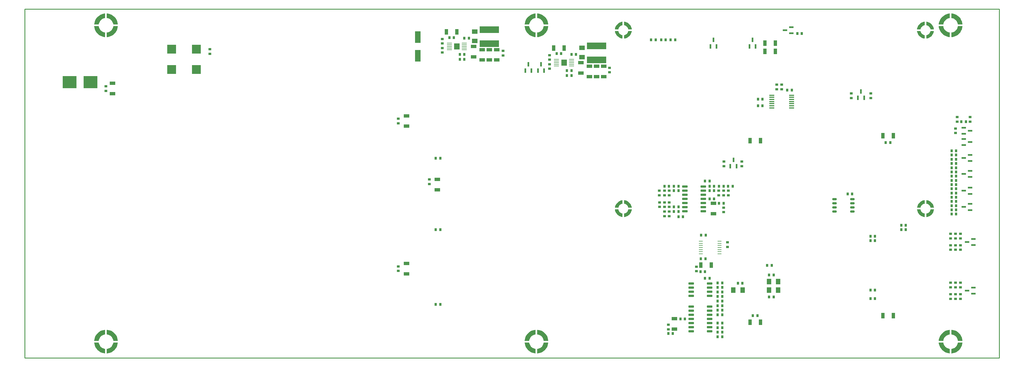
<source format=gtp>
G04 Layer_Color=10723209*
%FSLAX43Y43*%
%MOMM*%
G71*
G01*
G75*
%ADD10R,2.700X2.700*%
%ADD12R,6.000X2.000*%
%ADD13R,0.600X1.350*%
%ADD14O,1.450X0.650*%
%ADD15R,1.800X1.340*%
%ADD16R,0.800X0.900*%
%ADD18R,4.240X3.810*%
%ADD19R,1.800X3.550*%
G04:AMPARAMS|DCode=21|XSize=0.65mm|YSize=1.65mm|CornerRadius=0.049mm|HoleSize=0mm|Usage=FLASHONLY|Rotation=90.000|XOffset=0mm|YOffset=0mm|HoleType=Round|Shape=RoundedRectangle|*
%AMROUNDEDRECTD21*
21,1,0.650,1.552,0,0,90.0*
21,1,0.552,1.650,0,0,90.0*
1,1,0.098,0.776,0.276*
1,1,0.098,0.776,-0.276*
1,1,0.098,-0.776,-0.276*
1,1,0.098,-0.776,0.276*
%
%ADD21ROUNDEDRECTD21*%
%ADD22R,1.700X1.000*%
%ADD23R,0.900X0.800*%
G04:AMPARAMS|DCode=25|XSize=1.73mm|YSize=1.9mm|CornerRadius=0.052mm|HoleSize=0mm|Usage=FLASHONLY|Rotation=0.000|XOffset=0mm|YOffset=0mm|HoleType=Round|Shape=RoundedRectangle|*
%AMROUNDEDRECTD25*
21,1,1.730,1.796,0,0,0.0*
21,1,1.626,1.900,0,0,0.0*
1,1,0.104,0.813,-0.898*
1,1,0.104,-0.813,-0.898*
1,1,0.104,-0.813,0.898*
1,1,0.104,0.813,0.898*
%
%ADD25ROUNDEDRECTD25*%
%ADD26R,1.350X0.600*%
%ADD27R,1.340X1.800*%
%ADD28R,1.000X1.700*%
%ADD36C,0.254*%
%ADD74O,1.300X0.250*%
G04:AMPARAMS|DCode=75|XSize=0.35mm|YSize=1.5mm|CornerRadius=0mm|HoleSize=0mm|Usage=FLASHONLY|Rotation=90.000|XOffset=0mm|YOffset=0mm|HoleType=Round|Shape=RoundedRectangle|*
%AMROUNDEDRECTD75*
21,1,0.350,1.500,0,0,90.0*
21,1,0.350,1.500,0,0,90.0*
1,1,0.000,0.750,0.175*
1,1,0.000,0.750,-0.175*
1,1,0.000,-0.750,-0.175*
1,1,0.000,-0.750,0.175*
%
%ADD75ROUNDEDRECTD75*%
G04:AMPARAMS|DCode=76|XSize=0.2mm|YSize=1.45mm|CornerRadius=0mm|HoleSize=0mm|Usage=FLASHONLY|Rotation=90.000|XOffset=0mm|YOffset=0mm|HoleType=Round|Shape=RoundedRectangle|*
%AMROUNDEDRECTD76*
21,1,0.200,1.450,0,0,90.0*
21,1,0.200,1.450,0,0,90.0*
1,1,0.000,0.725,0.100*
1,1,0.000,0.725,-0.100*
1,1,0.000,-0.725,-0.100*
1,1,0.000,-0.725,0.100*
%
%ADD76ROUNDEDRECTD76*%
G36*
X186838Y45750D02*
X186816Y45527D01*
X186697Y45094D01*
X186506Y44688D01*
X186247Y44320D01*
X185930Y44003D01*
X185562Y43744D01*
X185156Y43553D01*
X184723Y43434D01*
X184500Y43412D01*
X184500D01*
Y44471D01*
X184500Y44470D01*
X184618Y44494D01*
X184848Y44570D01*
X185062Y44680D01*
X185257Y44822D01*
X185428Y44993D01*
X185570Y45188D01*
X185680Y45402D01*
X185756Y45632D01*
X185780Y45750D01*
Y45750D01*
Y45750D01*
X186838Y45750D01*
D02*
G37*
G36*
X279858D02*
X279836Y45527D01*
X279717Y45094D01*
X279526Y44688D01*
X279267Y44320D01*
X278950Y44003D01*
X278582Y43744D01*
X278176Y43553D01*
X277743Y43434D01*
X277520Y43412D01*
X277520D01*
Y44471D01*
X277520Y44470D01*
X277638Y44494D01*
X277868Y44570D01*
X278082Y44680D01*
X278277Y44822D01*
X278448Y44993D01*
X278590Y45188D01*
X278700Y45402D01*
X278776Y45632D01*
X278800Y45750D01*
Y45750D01*
Y45750D01*
X279858Y45750D01*
D02*
G37*
G36*
X275740Y45750D02*
X275764Y45632D01*
X275840Y45402D01*
X275950Y45188D01*
X276092Y44993D01*
X276263Y44822D01*
X276458Y44680D01*
X276672Y44570D01*
X276902Y44494D01*
X277020Y44470D01*
X277020Y44470D01*
X277020D01*
X277020Y43412D01*
X276797Y43434D01*
X276364Y43553D01*
X275957Y43744D01*
X275590Y44003D01*
X275273Y44320D01*
X275014Y44688D01*
X274823Y45094D01*
X274704Y45527D01*
X274682Y45750D01*
Y45750D01*
X275741D01*
X275740Y45750D01*
D02*
G37*
G36*
X157250Y8641D02*
Y7236D01*
X157250D01*
Y7236D01*
X157063Y7207D01*
X156699Y7103D01*
X156358Y6938D01*
X156049Y6719D01*
X155781Y6452D01*
X155562Y6143D01*
X155398Y5801D01*
X155293Y5437D01*
X155264Y5250D01*
Y5250D01*
X153859D01*
X153874Y5468D01*
X153955Y5897D01*
X154087Y6313D01*
X154268Y6710D01*
X154495Y7083D01*
X154765Y7427D01*
X155074Y7735D01*
X155417Y8005D01*
X155790Y8232D01*
X156187Y8413D01*
X156603Y8545D01*
X157032Y8626D01*
X157250Y8641D01*
D01*
X157250D01*
X157250D01*
D02*
G37*
G36*
X182720Y45750D02*
X182744Y45632D01*
X182820Y45402D01*
X182930Y45188D01*
X183072Y44993D01*
X183243Y44822D01*
X183438Y44680D01*
X183652Y44570D01*
X183882Y44494D01*
X184000Y44470D01*
X184000Y44470D01*
X184000D01*
X184000Y43412D01*
X183777Y43434D01*
X183344Y43553D01*
X182938Y43744D01*
X182570Y44003D01*
X182253Y44320D01*
X181994Y44688D01*
X181803Y45094D01*
X181684Y45527D01*
X181662Y45750D01*
Y45750D01*
X182721D01*
X182720Y45750D01*
D02*
G37*
G36*
X277020Y47529D02*
X277020Y47530D01*
X276902Y47506D01*
X276672Y47430D01*
X276458Y47320D01*
X276263Y47178D01*
X276092Y47007D01*
X275950Y46812D01*
X275840Y46598D01*
X275764Y46368D01*
X275740Y46250D01*
X275740D01*
Y46250D01*
X274682D01*
X274704Y46473D01*
X274823Y46906D01*
X275014Y47312D01*
X275273Y47680D01*
X275590Y47997D01*
X275957Y48256D01*
X276364Y48447D01*
X276797Y48566D01*
X277020Y48588D01*
Y48588D01*
X277020D01*
Y47529D01*
D02*
G37*
G36*
X182720Y100750D02*
X182744Y100632D01*
X182820Y100402D01*
X182930Y100188D01*
X183072Y99993D01*
X183243Y99822D01*
X183438Y99680D01*
X183652Y99570D01*
X183882Y99494D01*
X184000Y99470D01*
X184000Y99470D01*
X184000D01*
X184000Y98412D01*
X183777Y98434D01*
X183344Y98553D01*
X182938Y98744D01*
X182570Y99003D01*
X182253Y99320D01*
X181994Y99687D01*
X181803Y100094D01*
X181684Y100527D01*
X181662Y100750D01*
Y100750D01*
X182721D01*
X182720Y100750D01*
D02*
G37*
G36*
X184000Y47529D02*
X184000Y47530D01*
X183882Y47506D01*
X183652Y47430D01*
X183438Y47320D01*
X183243Y47178D01*
X183072Y47007D01*
X182930Y46812D01*
X182820Y46598D01*
X182744Y46368D01*
X182720Y46250D01*
X182720D01*
Y46250D01*
X181662D01*
X181684Y46473D01*
X181803Y46906D01*
X181994Y47312D01*
X182253Y47680D01*
X182570Y47997D01*
X182938Y48256D01*
X183344Y48447D01*
X183777Y48566D01*
X184000Y48588D01*
Y48588D01*
X184000D01*
Y47529D01*
D02*
G37*
G36*
X184723Y48566D02*
X185156Y48447D01*
X185562Y48256D01*
X185930Y47997D01*
X186247Y47680D01*
X186506Y47312D01*
X186697Y46906D01*
X186816Y46473D01*
X186838Y46250D01*
X186838Y46250D01*
Y46250D01*
X185779D01*
X185780Y46250D01*
X185756Y46368D01*
X185680Y46598D01*
X185570Y46812D01*
X185428Y47007D01*
X185257Y47178D01*
X185062Y47320D01*
X184848Y47430D01*
X184618Y47506D01*
X184500Y47530D01*
X184500D01*
Y48588D01*
X184723Y48566D01*
D02*
G37*
G36*
X277743D02*
X278176Y48447D01*
X278582Y48256D01*
X278950Y47997D01*
X279267Y47680D01*
X279526Y47312D01*
X279717Y46906D01*
X279836Y46473D01*
X279858Y46250D01*
X279858Y46250D01*
Y46250D01*
X278799D01*
X278800Y46250D01*
X278776Y46368D01*
X278700Y46598D01*
X278590Y46812D01*
X278448Y47007D01*
X278277Y47178D01*
X278082Y47320D01*
X277868Y47430D01*
X277638Y47506D01*
X277520Y47530D01*
X277520D01*
Y48588D01*
X277743Y48566D01*
D02*
G37*
G36*
X157968Y8626D02*
X158397Y8545D01*
X158813Y8413D01*
X159210Y8232D01*
X159583Y8005D01*
X159927Y7735D01*
X160235Y7426D01*
X160505Y7083D01*
X160732Y6710D01*
X160913Y6313D01*
X161045Y5897D01*
X161126Y5468D01*
X161141Y5250D01*
D01*
Y5250D01*
Y5250D01*
X159736D01*
Y5250D01*
X159736Y5250D01*
X159707Y5437D01*
X159603Y5801D01*
X159438Y6142D01*
X159219Y6451D01*
X158952Y6719D01*
X158643Y6938D01*
X158301Y7102D01*
X157937Y7207D01*
X157750Y7236D01*
X157750Y7236D01*
Y8641D01*
X157968Y8626D01*
D02*
G37*
G36*
X22793Y4563D02*
X22897Y4199D01*
X23062Y3858D01*
X23281Y3549D01*
X23548Y3281D01*
X23857Y3062D01*
X24199Y2898D01*
X24563Y2793D01*
X24750Y2764D01*
X24750D01*
Y1359D01*
X24750Y1359D01*
X24532Y1374D01*
X24103Y1455D01*
X23687Y1587D01*
X23290Y1768D01*
X22917Y1995D01*
X22573Y2265D01*
X22265Y2573D01*
X21995Y2917D01*
X21768Y3290D01*
X21587Y3687D01*
X21455Y4103D01*
X21374Y4532D01*
X21359Y4750D01*
X21359Y4750D01*
X22764D01*
Y4750D01*
X22793Y4563D01*
D02*
G37*
G36*
X282793D02*
X282897Y4199D01*
X283062Y3858D01*
X283281Y3549D01*
X283548Y3281D01*
X283857Y3062D01*
X284199Y2898D01*
X284563Y2793D01*
X284750Y2764D01*
X284750D01*
Y1359D01*
X284750Y1359D01*
X284532Y1374D01*
X284103Y1455D01*
X283687Y1587D01*
X283290Y1768D01*
X282917Y1995D01*
X282573Y2265D01*
X282265Y2573D01*
X281995Y2917D01*
X281768Y3290D01*
X281587Y3687D01*
X281455Y4103D01*
X281374Y4532D01*
X281359Y4750D01*
X281359Y4750D01*
X282764D01*
Y4750D01*
X282793Y4563D01*
D02*
G37*
G36*
X161141Y4750D02*
X161126Y4532D01*
X161045Y4103D01*
X160913Y3687D01*
X160732Y3290D01*
X160505Y2917D01*
X160235Y2573D01*
X159926Y2265D01*
X159583Y1995D01*
X159210Y1768D01*
X158813Y1587D01*
X158397Y1455D01*
X157968Y1374D01*
X157750Y1359D01*
X157750Y1359D01*
Y2764D01*
X157750D01*
X157937Y2793D01*
X158301Y2897D01*
X158642Y3062D01*
X158951Y3281D01*
X159219Y3548D01*
X159438Y3857D01*
X159602Y4199D01*
X159707Y4563D01*
X159736Y4750D01*
X159736Y4750D01*
X161141D01*
Y4750D01*
D02*
G37*
G36*
X28641Y4750D02*
X28626Y4532D01*
X28545Y4103D01*
X28413Y3687D01*
X28232Y3290D01*
X28005Y2917D01*
X27735Y2573D01*
X27427Y2265D01*
X27083Y1995D01*
X26710Y1768D01*
X26313Y1587D01*
X25897Y1455D01*
X25468Y1373D01*
X25250Y1359D01*
X25250Y1359D01*
Y2764D01*
X25250D01*
X25437Y2793D01*
X25801Y2897D01*
X26142Y3062D01*
X26451Y3281D01*
X26719Y3548D01*
X26938Y3857D01*
X27102Y4199D01*
X27207Y4563D01*
X27236Y4750D01*
X27236Y4750D01*
X28641D01*
Y4750D01*
D02*
G37*
G36*
X288641D02*
X288626Y4532D01*
X288545Y4103D01*
X288413Y3687D01*
X288232Y3290D01*
X288005Y2917D01*
X287735Y2573D01*
X287427Y2265D01*
X287083Y1995D01*
X286710Y1768D01*
X286313Y1587D01*
X285897Y1455D01*
X285468Y1373D01*
X285250Y1359D01*
X285250Y1359D01*
Y2764D01*
X285250D01*
X285437Y2793D01*
X285801Y2897D01*
X286142Y3062D01*
X286451Y3281D01*
X286719Y3548D01*
X286938Y3857D01*
X287102Y4199D01*
X287207Y4563D01*
X287236Y4750D01*
X287236Y4750D01*
X288641D01*
Y4750D01*
D02*
G37*
G36*
X24750Y8641D02*
Y7236D01*
X24750D01*
Y7236D01*
X24563Y7207D01*
X24199Y7102D01*
X23858Y6938D01*
X23549Y6719D01*
X23281Y6452D01*
X23062Y6143D01*
X22898Y5801D01*
X22793Y5437D01*
X22764Y5250D01*
Y5250D01*
X21359D01*
X21374Y5468D01*
X21455Y5897D01*
X21587Y6313D01*
X21768Y6710D01*
X21995Y7083D01*
X22265Y7427D01*
X22573Y7735D01*
X22917Y8005D01*
X23290Y8232D01*
X23687Y8413D01*
X24103Y8545D01*
X24532Y8626D01*
X24750Y8641D01*
D01*
X24750D01*
X24750D01*
D02*
G37*
G36*
X284750D02*
Y7236D01*
X284750D01*
Y7236D01*
X284563Y7207D01*
X284199Y7102D01*
X283858Y6938D01*
X283549Y6719D01*
X283281Y6452D01*
X283062Y6143D01*
X282898Y5801D01*
X282793Y5437D01*
X282764Y5250D01*
Y5250D01*
X281359D01*
X281374Y5468D01*
X281455Y5897D01*
X281587Y6313D01*
X281768Y6710D01*
X281995Y7083D01*
X282265Y7427D01*
X282573Y7735D01*
X282917Y8005D01*
X283290Y8232D01*
X283687Y8413D01*
X284103Y8545D01*
X284532Y8626D01*
X284750Y8641D01*
D01*
X284750D01*
X284750D01*
D02*
G37*
G36*
X285468Y8626D02*
X285897Y8545D01*
X286313Y8413D01*
X286710Y8232D01*
X287083Y8005D01*
X287427Y7735D01*
X287735Y7426D01*
X288005Y7083D01*
X288232Y6710D01*
X288413Y6313D01*
X288545Y5897D01*
X288626Y5468D01*
X288641Y5250D01*
D01*
Y5250D01*
Y5250D01*
X287236D01*
Y5250D01*
X287236Y5250D01*
X287207Y5437D01*
X287103Y5801D01*
X286938Y6142D01*
X286719Y6451D01*
X286452Y6719D01*
X286143Y6938D01*
X285801Y7102D01*
X285437Y7207D01*
X285250Y7236D01*
X285250Y7236D01*
Y8641D01*
X285468Y8626D01*
D02*
G37*
G36*
X155293Y4563D02*
X155397Y4199D01*
X155562Y3858D01*
X155781Y3549D01*
X156048Y3281D01*
X156357Y3062D01*
X156699Y2898D01*
X157063Y2793D01*
X157250Y2764D01*
X157250D01*
Y1359D01*
X157250Y1359D01*
X157032Y1374D01*
X156603Y1455D01*
X156187Y1587D01*
X155790Y1768D01*
X155417Y1995D01*
X155073Y2265D01*
X154765Y2573D01*
X154495Y2917D01*
X154268Y3290D01*
X154087Y3687D01*
X153955Y4103D01*
X153874Y4532D01*
X153859Y4750D01*
X153859Y4750D01*
X155264D01*
Y4750D01*
X155293Y4563D01*
D02*
G37*
G36*
X25468Y8626D02*
X25897Y8545D01*
X26313Y8413D01*
X26710Y8232D01*
X27083Y8005D01*
X27427Y7735D01*
X27735Y7426D01*
X28005Y7083D01*
X28232Y6710D01*
X28413Y6313D01*
X28545Y5897D01*
X28626Y5468D01*
X28641Y5250D01*
D01*
Y5250D01*
Y5250D01*
X27236D01*
Y5250D01*
X27236Y5250D01*
X27207Y5437D01*
X27103Y5801D01*
X26938Y6142D01*
X26719Y6451D01*
X26452Y6719D01*
X26143Y6938D01*
X25801Y7102D01*
X25437Y7207D01*
X25250Y7236D01*
X25250Y7236D01*
Y8641D01*
X25468Y8626D01*
D02*
G37*
G36*
X275720Y100750D02*
X275744Y100632D01*
X275820Y100402D01*
X275930Y100188D01*
X276072Y99993D01*
X276243Y99822D01*
X276438Y99680D01*
X276652Y99570D01*
X276882Y99494D01*
X277000Y99470D01*
X277000Y99470D01*
X277000D01*
X277000Y98412D01*
X276777Y98434D01*
X276344Y98553D01*
X275938Y98744D01*
X275570Y99003D01*
X275253Y99320D01*
X274994Y99687D01*
X274803Y100094D01*
X274684Y100527D01*
X274662Y100750D01*
Y100750D01*
X275721D01*
X275720Y100750D01*
D02*
G37*
G36*
X285468Y106126D02*
X285897Y106045D01*
X286313Y105913D01*
X286710Y105732D01*
X287083Y105505D01*
X287427Y105235D01*
X287735Y104926D01*
X288005Y104583D01*
X288232Y104210D01*
X288413Y103813D01*
X288545Y103397D01*
X288626Y102968D01*
X288641Y102750D01*
D01*
Y102750D01*
Y102750D01*
X287236D01*
Y102750D01*
X287236Y102750D01*
X287207Y102937D01*
X287103Y103301D01*
X286938Y103642D01*
X286719Y103951D01*
X286452Y104219D01*
X286143Y104438D01*
X285801Y104602D01*
X285437Y104707D01*
X285250Y104736D01*
X285250Y104736D01*
Y106141D01*
X285468Y106126D01*
D02*
G37*
G36*
X24750Y104736D02*
X24750D01*
Y104736D01*
X24563Y104707D01*
X24199Y104603D01*
X23858Y104438D01*
X23549Y104219D01*
X23281Y103952D01*
X23062Y103643D01*
X22898Y103301D01*
X22793Y102937D01*
X22764Y102750D01*
Y102750D01*
X21359D01*
X21374Y102968D01*
X21455Y103397D01*
X21587Y103813D01*
X21768Y104210D01*
X21995Y104583D01*
X22265Y104927D01*
X22573Y105235D01*
X22917Y105505D01*
X23290Y105732D01*
X23687Y105913D01*
X24103Y106045D01*
X24532Y106126D01*
X24750Y106141D01*
Y104736D01*
D02*
G37*
G36*
X157968Y106126D02*
X158397Y106045D01*
X158813Y105913D01*
X159210Y105732D01*
X159583Y105505D01*
X159927Y105235D01*
X160235Y104926D01*
X160505Y104583D01*
X160732Y104210D01*
X160913Y103813D01*
X161045Y103397D01*
X161126Y102968D01*
X161141Y102750D01*
D01*
Y102750D01*
Y102750D01*
X159736D01*
Y102750D01*
X159736Y102750D01*
X159707Y102937D01*
X159603Y103301D01*
X159438Y103642D01*
X159219Y103951D01*
X158952Y104219D01*
X158643Y104438D01*
X158301Y104602D01*
X157937Y104707D01*
X157750Y104736D01*
X157750Y104736D01*
Y106141D01*
X157968Y106126D01*
D02*
G37*
G36*
X277000Y102529D02*
X277000Y102530D01*
X276882Y102506D01*
X276652Y102430D01*
X276438Y102320D01*
X276243Y102178D01*
X276072Y102007D01*
X275930Y101812D01*
X275820Y101598D01*
X275744Y101368D01*
X275720Y101250D01*
X275720D01*
Y101250D01*
X274662D01*
X274684Y101473D01*
X274803Y101906D01*
X274994Y102312D01*
X275253Y102680D01*
X275570Y102997D01*
X275938Y103256D01*
X276344Y103447D01*
X276777Y103566D01*
X277000Y103588D01*
Y103588D01*
X277000D01*
Y102529D01*
D02*
G37*
G36*
X25468Y106126D02*
X25897Y106045D01*
X26313Y105913D01*
X26710Y105732D01*
X27083Y105505D01*
X27427Y105235D01*
X27735Y104926D01*
X28005Y104583D01*
X28232Y104210D01*
X28413Y103813D01*
X28545Y103397D01*
X28626Y102968D01*
X28641Y102750D01*
D01*
Y102750D01*
Y102750D01*
X27236D01*
Y102750D01*
X27236Y102750D01*
X27207Y102937D01*
X27103Y103301D01*
X26938Y103642D01*
X26719Y103951D01*
X26452Y104219D01*
X26143Y104438D01*
X25801Y104602D01*
X25437Y104707D01*
X25250Y104736D01*
X25250Y104736D01*
Y106141D01*
X25468Y106126D01*
D02*
G37*
G36*
X157250Y106141D02*
D01*
X157250D01*
X157250D01*
D02*
G37*
G36*
X284750D02*
D01*
X284750D01*
X284750D01*
D02*
G37*
G36*
X24750D02*
D01*
X24750D01*
X24750D01*
D02*
G37*
G36*
X157250Y104736D02*
X157250D01*
Y104736D01*
X157063Y104707D01*
X156699Y104603D01*
X156358Y104438D01*
X156049Y104219D01*
X155781Y103952D01*
X155562Y103643D01*
X155398Y103301D01*
X155293Y102937D01*
X155264Y102750D01*
Y102750D01*
X153859D01*
X153874Y102968D01*
X153955Y103397D01*
X154087Y103813D01*
X154268Y104210D01*
X154495Y104583D01*
X154765Y104927D01*
X155074Y105235D01*
X155417Y105505D01*
X155790Y105732D01*
X156187Y105913D01*
X156603Y106045D01*
X157032Y106126D01*
X157250Y106141D01*
Y104736D01*
D02*
G37*
G36*
X284750D02*
X284750D01*
Y104736D01*
X284563Y104707D01*
X284199Y104603D01*
X283858Y104438D01*
X283549Y104219D01*
X283281Y103952D01*
X283062Y103643D01*
X282898Y103301D01*
X282793Y102937D01*
X282764Y102750D01*
Y102750D01*
X281359D01*
X281374Y102968D01*
X281455Y103397D01*
X281587Y103813D01*
X281768Y104210D01*
X281995Y104583D01*
X282265Y104927D01*
X282573Y105235D01*
X282917Y105505D01*
X283290Y105732D01*
X283687Y105913D01*
X284103Y106045D01*
X284532Y106126D01*
X284750Y106141D01*
Y104736D01*
D02*
G37*
G36*
X184000Y102529D02*
X184000Y102530D01*
X183882Y102506D01*
X183652Y102430D01*
X183438Y102320D01*
X183243Y102178D01*
X183072Y102007D01*
X182930Y101812D01*
X182820Y101598D01*
X182744Y101368D01*
X182720Y101250D01*
X182720D01*
Y101250D01*
X181662D01*
X181684Y101473D01*
X181803Y101906D01*
X181994Y102312D01*
X182253Y102680D01*
X182570Y102997D01*
X182938Y103256D01*
X183344Y103447D01*
X183777Y103566D01*
X184000Y103588D01*
Y103588D01*
X184000D01*
Y102529D01*
D02*
G37*
G36*
X186838Y100750D02*
X186816Y100527D01*
X186697Y100094D01*
X186506Y99688D01*
X186247Y99320D01*
X185930Y99003D01*
X185562Y98744D01*
X185156Y98553D01*
X184723Y98434D01*
X184500Y98412D01*
X184500D01*
Y99471D01*
X184500Y99470D01*
X184618Y99494D01*
X184848Y99570D01*
X185062Y99680D01*
X185257Y99822D01*
X185428Y99993D01*
X185570Y100188D01*
X185680Y100402D01*
X185756Y100632D01*
X185780Y100750D01*
Y100750D01*
Y100750D01*
X186838Y100750D01*
D02*
G37*
G36*
X279838D02*
X279816Y100527D01*
X279697Y100094D01*
X279506Y99688D01*
X279247Y99320D01*
X278930Y99003D01*
X278562Y98744D01*
X278156Y98553D01*
X277723Y98434D01*
X277500Y98412D01*
X277500D01*
Y99471D01*
X277500Y99470D01*
X277618Y99494D01*
X277848Y99570D01*
X278062Y99680D01*
X278257Y99822D01*
X278428Y99993D01*
X278570Y100188D01*
X278680Y100402D01*
X278756Y100632D01*
X278780Y100750D01*
Y100750D01*
Y100750D01*
X279838Y100750D01*
D02*
G37*
G36*
X288641Y102250D02*
X288626Y102032D01*
X288545Y101603D01*
X288413Y101187D01*
X288232Y100790D01*
X288005Y100417D01*
X287735Y100073D01*
X287427Y99765D01*
X287083Y99495D01*
X286710Y99268D01*
X286313Y99087D01*
X285897Y98955D01*
X285468Y98874D01*
X285250Y98859D01*
X285250Y98859D01*
Y100264D01*
X285250D01*
X285437Y100293D01*
X285801Y100397D01*
X286142Y100562D01*
X286451Y100781D01*
X286719Y101048D01*
X286938Y101357D01*
X287102Y101699D01*
X287207Y102063D01*
X287236Y102250D01*
X287236Y102250D01*
X288641D01*
Y102250D01*
D02*
G37*
G36*
X28641D02*
X28626Y102032D01*
X28545Y101603D01*
X28413Y101187D01*
X28232Y100790D01*
X28005Y100417D01*
X27735Y100073D01*
X27427Y99765D01*
X27083Y99495D01*
X26710Y99268D01*
X26313Y99087D01*
X25897Y98955D01*
X25468Y98874D01*
X25250Y98859D01*
X25250Y98859D01*
Y100264D01*
X25250D01*
X25437Y100293D01*
X25801Y100397D01*
X26142Y100562D01*
X26451Y100781D01*
X26719Y101048D01*
X26938Y101357D01*
X27102Y101699D01*
X27207Y102063D01*
X27236Y102250D01*
X27236Y102250D01*
X28641D01*
Y102250D01*
D02*
G37*
G36*
X161141D02*
X161126Y102032D01*
X161045Y101603D01*
X160913Y101187D01*
X160732Y100790D01*
X160505Y100417D01*
X160235Y100073D01*
X159926Y99765D01*
X159583Y99495D01*
X159210Y99268D01*
X158813Y99087D01*
X158397Y98955D01*
X157968Y98874D01*
X157750Y98859D01*
X157750Y98859D01*
Y100264D01*
X157750D01*
X157937Y100293D01*
X158301Y100397D01*
X158642Y100562D01*
X158951Y100781D01*
X159219Y101048D01*
X159438Y101357D01*
X159602Y101699D01*
X159707Y102063D01*
X159736Y102250D01*
X159736Y102250D01*
X161141D01*
Y102250D01*
D02*
G37*
G36*
X155293Y102063D02*
X155397Y101699D01*
X155562Y101358D01*
X155781Y101049D01*
X156048Y100781D01*
X156357Y100562D01*
X156699Y100398D01*
X157063Y100293D01*
X157250Y100264D01*
X157250D01*
Y98859D01*
X157250Y98859D01*
X157032Y98874D01*
X156603Y98955D01*
X156187Y99087D01*
X155790Y99268D01*
X155417Y99495D01*
X155073Y99765D01*
X154765Y100074D01*
X154495Y100417D01*
X154268Y100790D01*
X154087Y101187D01*
X153955Y101603D01*
X153874Y102032D01*
X153859Y102250D01*
X153859Y102250D01*
X155264D01*
Y102250D01*
X155293Y102063D01*
D02*
G37*
G36*
X282793D02*
X282897Y101699D01*
X283062Y101358D01*
X283281Y101049D01*
X283548Y100781D01*
X283857Y100562D01*
X284199Y100398D01*
X284563Y100293D01*
X284750Y100264D01*
X284750D01*
Y98859D01*
X284750Y98859D01*
X284532Y98874D01*
X284103Y98955D01*
X283687Y99087D01*
X283290Y99268D01*
X282917Y99495D01*
X282573Y99765D01*
X282265Y100074D01*
X281995Y100417D01*
X281768Y100790D01*
X281587Y101187D01*
X281455Y101603D01*
X281374Y102032D01*
X281359Y102250D01*
X281359Y102250D01*
X282764D01*
Y102250D01*
X282793Y102063D01*
D02*
G37*
G36*
X22793D02*
X22897Y101699D01*
X23062Y101358D01*
X23281Y101049D01*
X23548Y100781D01*
X23857Y100562D01*
X24199Y100398D01*
X24563Y100293D01*
X24750Y100264D01*
X24750D01*
Y98859D01*
X24750Y98859D01*
X24532Y98874D01*
X24103Y98955D01*
X23687Y99087D01*
X23290Y99268D01*
X22917Y99495D01*
X22573Y99765D01*
X22265Y100074D01*
X21995Y100417D01*
X21768Y100790D01*
X21587Y101187D01*
X21455Y101603D01*
X21374Y102032D01*
X21359Y102250D01*
X21359Y102250D01*
X22764D01*
Y102250D01*
X22793Y102063D01*
D02*
G37*
G36*
X184723Y103566D02*
X185156Y103447D01*
X185562Y103256D01*
X185930Y102997D01*
X186247Y102680D01*
X186506Y102312D01*
X186697Y101906D01*
X186816Y101473D01*
X186838Y101250D01*
X186838Y101250D01*
Y101250D01*
X185779D01*
X185780Y101250D01*
X185756Y101368D01*
X185680Y101598D01*
X185570Y101812D01*
X185428Y102007D01*
X185257Y102178D01*
X185062Y102320D01*
X184848Y102430D01*
X184618Y102506D01*
X184500Y102530D01*
X184500D01*
Y103588D01*
X184723Y103566D01*
D02*
G37*
G36*
X277723D02*
X278156Y103447D01*
X278562Y103256D01*
X278930Y102997D01*
X279247Y102680D01*
X279506Y102312D01*
X279697Y101906D01*
X279816Y101473D01*
X279838Y101250D01*
X279838Y101250D01*
Y101250D01*
X278779D01*
X278780Y101250D01*
X278756Y101368D01*
X278680Y101598D01*
X278570Y101812D01*
X278428Y102007D01*
X278257Y102178D01*
X278062Y102320D01*
X277848Y102430D01*
X277618Y102506D01*
X277500Y102530D01*
X277500D01*
Y103588D01*
X277723Y103566D01*
D02*
G37*
D10*
X45190Y95110D02*
D03*
X52810D02*
D03*
Y88890D02*
D03*
X45190D02*
D03*
D12*
X176000Y96150D02*
D03*
Y91850D02*
D03*
X143000Y101150D02*
D03*
Y96850D02*
D03*
D13*
X157950Y88525D02*
D03*
X159850D02*
D03*
X158900Y90475D02*
D03*
X218130Y61045D02*
D03*
X219080Y59095D02*
D03*
X217180D02*
D03*
X224000Y97975D02*
D03*
X224950Y96025D02*
D03*
X223050D02*
D03*
X212000Y97975D02*
D03*
X212950Y96025D02*
D03*
X211050D02*
D03*
X257400Y82075D02*
D03*
X258350Y80125D02*
D03*
X256450D02*
D03*
X154050Y88525D02*
D03*
X155950D02*
D03*
X155000Y90475D02*
D03*
D14*
X249275Y48905D02*
D03*
Y47635D02*
D03*
Y46365D02*
D03*
Y45095D02*
D03*
X254725Y48905D02*
D03*
Y47635D02*
D03*
Y46365D02*
D03*
Y45095D02*
D03*
D15*
X171500Y95530D02*
D03*
Y92670D02*
D03*
X138500Y97670D02*
D03*
Y100530D02*
D03*
D16*
X260300Y18300D02*
D03*
X261700D02*
D03*
X289700Y72800D02*
D03*
X288300D02*
D03*
X260300Y36100D02*
D03*
X261700D02*
D03*
X271200Y39500D02*
D03*
X269800D02*
D03*
X261700Y37500D02*
D03*
X260300D02*
D03*
X269800Y40900D02*
D03*
X271200D02*
D03*
X227100Y77700D02*
D03*
X225700D02*
D03*
X227100Y79700D02*
D03*
X225700D02*
D03*
X239200Y100000D02*
D03*
X237800D02*
D03*
X210800Y54500D02*
D03*
X209400D02*
D03*
X201200Y43500D02*
D03*
X202600D02*
D03*
X209400Y24500D02*
D03*
X210800D02*
D03*
X198800Y98000D02*
D03*
X200200D02*
D03*
X197300D02*
D03*
X195900D02*
D03*
X286700Y52100D02*
D03*
X285300D02*
D03*
X286700Y50800D02*
D03*
X285300D02*
D03*
X286700Y46900D02*
D03*
X285300D02*
D03*
X286700Y45600D02*
D03*
X285300D02*
D03*
X133900Y93500D02*
D03*
X135300D02*
D03*
Y92000D02*
D03*
X133900D02*
D03*
X166900Y88500D02*
D03*
X168300D02*
D03*
Y87000D02*
D03*
X166900D02*
D03*
X127900Y61500D02*
D03*
X126500D02*
D03*
X212200Y51500D02*
D03*
X210800D02*
D03*
Y52900D02*
D03*
X212200D02*
D03*
X217900D02*
D03*
X216500D02*
D03*
X127900Y39500D02*
D03*
X126500D02*
D03*
X199800Y51500D02*
D03*
X201200D02*
D03*
Y52900D02*
D03*
X199800D02*
D03*
X127900Y16500D02*
D03*
X126500D02*
D03*
X199800Y46500D02*
D03*
X201200D02*
D03*
Y45100D02*
D03*
X199800D02*
D03*
X214700Y9300D02*
D03*
X213300D02*
D03*
X213300Y6500D02*
D03*
X214700D02*
D03*
X214700Y20300D02*
D03*
X213300D02*
D03*
Y23100D02*
D03*
X214700D02*
D03*
X214700Y14700D02*
D03*
X213300D02*
D03*
Y17500D02*
D03*
X214700D02*
D03*
X213700Y47600D02*
D03*
X215100D02*
D03*
X199500Y7500D02*
D03*
X198100D02*
D03*
X234700Y82500D02*
D03*
X236100D02*
D03*
X194200Y98000D02*
D03*
X192800D02*
D03*
X130700Y98700D02*
D03*
X132100D02*
D03*
X136700Y98500D02*
D03*
X135300D02*
D03*
X165100Y93800D02*
D03*
X163700D02*
D03*
X169700Y93500D02*
D03*
X168300D02*
D03*
X253300Y50500D02*
D03*
X254700D02*
D03*
X266430Y66370D02*
D03*
X265030D02*
D03*
X224130Y12970D02*
D03*
X225530D02*
D03*
X212200Y49000D02*
D03*
X210800D02*
D03*
X209500Y30500D02*
D03*
X208100D02*
D03*
X209400Y26600D02*
D03*
X208000D02*
D03*
X213700Y52900D02*
D03*
X215100D02*
D03*
X198300D02*
D03*
X196900D02*
D03*
X209600Y37800D02*
D03*
X208200D02*
D03*
X201800Y12000D02*
D03*
X203200D02*
D03*
X214700Y10700D02*
D03*
X213300D02*
D03*
Y7900D02*
D03*
X214700D02*
D03*
X214700Y18900D02*
D03*
X213300D02*
D03*
Y21700D02*
D03*
X214700D02*
D03*
X214700Y13300D02*
D03*
X213300D02*
D03*
Y16100D02*
D03*
X214700D02*
D03*
X285300Y56000D02*
D03*
X286700D02*
D03*
X285300Y57300D02*
D03*
X286700D02*
D03*
X285300Y61200D02*
D03*
X286700D02*
D03*
X285300Y62500D02*
D03*
X286700D02*
D03*
Y63800D02*
D03*
X285300D02*
D03*
X286700Y59900D02*
D03*
X285300D02*
D03*
X286700Y58600D02*
D03*
X285300D02*
D03*
X286700Y54700D02*
D03*
X285300D02*
D03*
X286700Y53400D02*
D03*
X285300D02*
D03*
X286700Y49500D02*
D03*
X285300D02*
D03*
X286700Y48200D02*
D03*
X285300D02*
D03*
X286700Y44300D02*
D03*
X285300D02*
D03*
X229100Y18800D02*
D03*
X230500D02*
D03*
X220900Y23000D02*
D03*
X219500D02*
D03*
X229100Y25500D02*
D03*
X230500D02*
D03*
X260300Y20900D02*
D03*
X261700D02*
D03*
X229900Y28500D02*
D03*
X228500D02*
D03*
D18*
X13815Y85000D02*
D03*
X20185D02*
D03*
D19*
X121000Y98875D02*
D03*
Y93125D02*
D03*
D21*
X205175Y15810D02*
D03*
Y14540D02*
D03*
Y13270D02*
D03*
Y12000D02*
D03*
Y10730D02*
D03*
Y9460D02*
D03*
Y8190D02*
D03*
X210825Y15810D02*
D03*
Y14540D02*
D03*
Y13270D02*
D03*
Y12000D02*
D03*
Y10730D02*
D03*
Y9460D02*
D03*
Y8190D02*
D03*
X205175Y22905D02*
D03*
Y21635D02*
D03*
Y20365D02*
D03*
Y19095D02*
D03*
X210825Y22905D02*
D03*
Y21635D02*
D03*
Y20365D02*
D03*
Y19095D02*
D03*
X208825Y45190D02*
D03*
Y46460D02*
D03*
Y47730D02*
D03*
Y49000D02*
D03*
Y50270D02*
D03*
Y51540D02*
D03*
Y52810D02*
D03*
X203175Y45190D02*
D03*
Y46460D02*
D03*
Y47730D02*
D03*
Y49000D02*
D03*
Y50270D02*
D03*
Y51540D02*
D03*
Y52810D02*
D03*
D22*
X200000Y8900D02*
D03*
Y12100D02*
D03*
X171200Y91000D02*
D03*
Y87800D02*
D03*
X145300Y95000D02*
D03*
Y91800D02*
D03*
X138200Y96000D02*
D03*
Y92800D02*
D03*
X143000Y95000D02*
D03*
Y91800D02*
D03*
X140800Y95000D02*
D03*
Y91800D02*
D03*
X178200Y89900D02*
D03*
Y86700D02*
D03*
X176000Y89900D02*
D03*
Y86700D02*
D03*
X173800Y89900D02*
D03*
Y86700D02*
D03*
X27000Y84600D02*
D03*
Y81400D02*
D03*
X212000Y47600D02*
D03*
Y44400D02*
D03*
X117500Y71400D02*
D03*
Y74600D02*
D03*
X127000Y55000D02*
D03*
Y51800D02*
D03*
X117500Y25900D02*
D03*
Y29100D02*
D03*
D23*
X287000Y72800D02*
D03*
Y74200D02*
D03*
X233000Y82800D02*
D03*
Y84200D02*
D03*
X231500Y82800D02*
D03*
Y84200D02*
D03*
X285000Y18200D02*
D03*
Y19600D02*
D03*
Y21740D02*
D03*
Y23140D02*
D03*
X286500Y19600D02*
D03*
Y18200D02*
D03*
Y21740D02*
D03*
Y23140D02*
D03*
X288000Y18200D02*
D03*
Y19600D02*
D03*
Y23140D02*
D03*
Y21740D02*
D03*
Y33300D02*
D03*
Y34700D02*
D03*
Y38200D02*
D03*
Y36800D02*
D03*
X216600Y50100D02*
D03*
Y51500D02*
D03*
X195400Y47900D02*
D03*
Y46500D02*
D03*
X254400Y81500D02*
D03*
Y80100D02*
D03*
X260400Y81500D02*
D03*
Y80100D02*
D03*
X128500Y98300D02*
D03*
Y96900D02*
D03*
X161500Y93300D02*
D03*
Y91900D02*
D03*
X215100Y51500D02*
D03*
Y50100D02*
D03*
X196900Y51500D02*
D03*
Y50100D02*
D03*
X195300D02*
D03*
Y51500D02*
D03*
X196900Y46500D02*
D03*
Y47900D02*
D03*
Y43700D02*
D03*
Y45100D02*
D03*
X206700Y28100D02*
D03*
Y26700D02*
D03*
X128500Y95500D02*
D03*
Y94100D02*
D03*
X147200Y94600D02*
D03*
Y93200D02*
D03*
X161500Y89100D02*
D03*
Y90500D02*
D03*
X180000Y88000D02*
D03*
Y89400D02*
D03*
X57000Y93700D02*
D03*
Y95100D02*
D03*
X25000Y82300D02*
D03*
Y83700D02*
D03*
X220730Y60470D02*
D03*
Y59070D02*
D03*
X215230Y60470D02*
D03*
Y59070D02*
D03*
X215100Y44900D02*
D03*
Y46300D02*
D03*
X115000Y73700D02*
D03*
Y72300D02*
D03*
X213600Y51500D02*
D03*
Y50100D02*
D03*
X124500Y53600D02*
D03*
Y55000D02*
D03*
X198400Y51500D02*
D03*
Y50100D02*
D03*
X115000Y28200D02*
D03*
Y26800D02*
D03*
X198400Y46500D02*
D03*
Y47900D02*
D03*
Y43700D02*
D03*
Y45100D02*
D03*
X198100Y10200D02*
D03*
Y8800D02*
D03*
X291000Y72800D02*
D03*
Y74200D02*
D03*
X286500Y38200D02*
D03*
Y36800D02*
D03*
Y33300D02*
D03*
Y34700D02*
D03*
X285000Y38200D02*
D03*
Y36800D02*
D03*
Y34700D02*
D03*
Y33300D02*
D03*
X286500Y70700D02*
D03*
Y69300D02*
D03*
X216300Y35600D02*
D03*
Y34200D02*
D03*
D25*
X166000Y91000D02*
D03*
X133000Y96000D02*
D03*
D26*
X234025Y101000D02*
D03*
X235975Y101950D02*
D03*
Y100050D02*
D03*
X290025Y20700D02*
D03*
X291975Y21650D02*
D03*
Y19750D02*
D03*
X289025Y61600D02*
D03*
X290975Y62550D02*
D03*
Y60650D02*
D03*
X289025Y56700D02*
D03*
X290975Y57650D02*
D03*
Y55750D02*
D03*
X289025Y51500D02*
D03*
X290975Y52450D02*
D03*
Y50550D02*
D03*
X289025Y46500D02*
D03*
X290975Y47450D02*
D03*
Y45550D02*
D03*
X291975Y34750D02*
D03*
Y36650D02*
D03*
X290025Y35700D02*
D03*
X289025Y70950D02*
D03*
Y69050D02*
D03*
X290975Y70000D02*
D03*
X289025Y67450D02*
D03*
Y65550D02*
D03*
X290975Y66500D02*
D03*
D27*
X229070Y23500D02*
D03*
X231930D02*
D03*
X218070Y20900D02*
D03*
X220930D02*
D03*
X229070D02*
D03*
X231930D02*
D03*
D28*
X231000Y97000D02*
D03*
X227800D02*
D03*
X231000Y94500D02*
D03*
X227800D02*
D03*
X129800Y100500D02*
D03*
X133000D02*
D03*
X162800Y95500D02*
D03*
X166000D02*
D03*
X223230Y66970D02*
D03*
X226430D02*
D03*
X267330Y12970D02*
D03*
X264130D02*
D03*
Y68470D02*
D03*
X267330D02*
D03*
X226430Y10970D02*
D03*
X223230D02*
D03*
X208100Y28600D02*
D03*
X211300D02*
D03*
D36*
X0Y0D02*
X300000D01*
Y107500D01*
X0D02*
X300000D01*
X0Y0D02*
Y107500D01*
D74*
X208125Y35950D02*
D03*
Y35300D02*
D03*
Y34650D02*
D03*
Y34000D02*
D03*
Y33350D02*
D03*
Y32700D02*
D03*
Y32050D02*
D03*
X213875Y35950D02*
D03*
Y35300D02*
D03*
Y34650D02*
D03*
Y34000D02*
D03*
Y33350D02*
D03*
Y32700D02*
D03*
Y32050D02*
D03*
D75*
X236050Y77050D02*
D03*
Y77700D02*
D03*
Y78350D02*
D03*
Y79000D02*
D03*
Y79650D02*
D03*
Y80300D02*
D03*
Y80950D02*
D03*
X229950Y77050D02*
D03*
Y77700D02*
D03*
Y78350D02*
D03*
Y79000D02*
D03*
Y79650D02*
D03*
Y80300D02*
D03*
Y80950D02*
D03*
D76*
X168325Y92000D02*
D03*
X163675D02*
D03*
Y91500D02*
D03*
Y91000D02*
D03*
Y90500D02*
D03*
Y90000D02*
D03*
X168325Y91500D02*
D03*
Y91000D02*
D03*
Y90500D02*
D03*
Y90000D02*
D03*
X135325Y95000D02*
D03*
Y95500D02*
D03*
Y96000D02*
D03*
Y96500D02*
D03*
X130675Y95000D02*
D03*
Y95500D02*
D03*
Y96000D02*
D03*
Y96500D02*
D03*
Y97000D02*
D03*
X135325D02*
D03*
M02*

</source>
